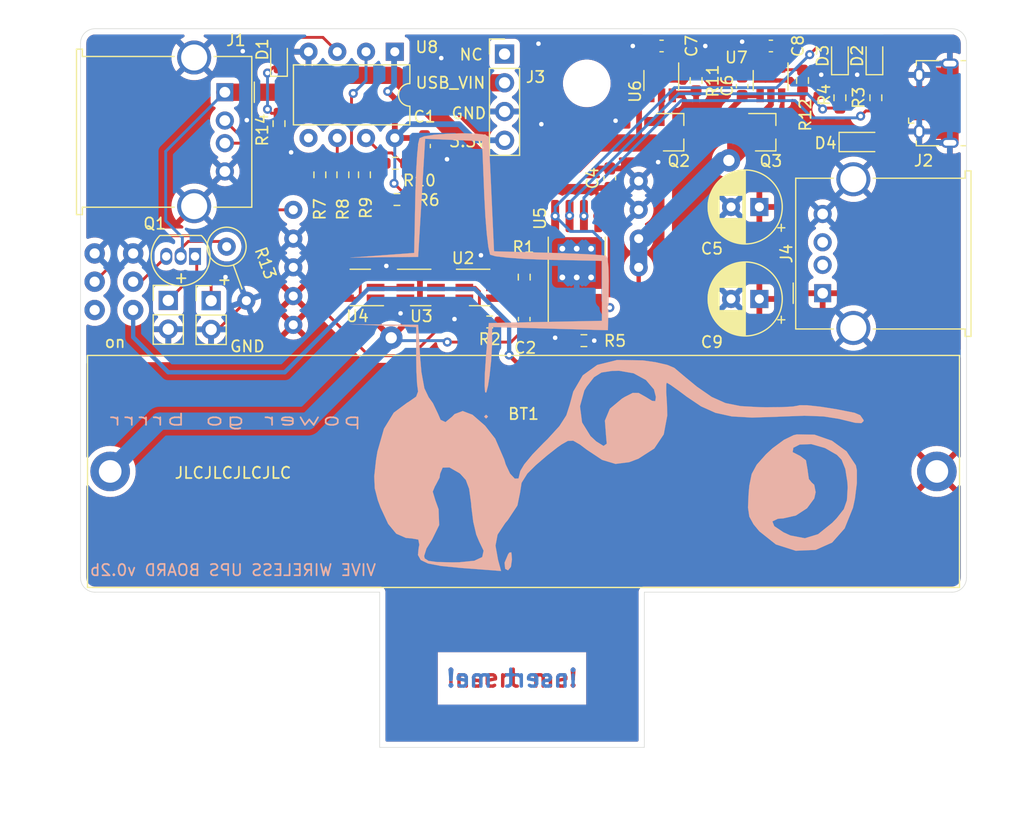
<source format=kicad_pcb>
(kicad_pcb (version 20210824) (generator pcbnew)
  (layers (0 "F.Cu" signal) (31 "B.Cu" signal) (34 "B.Paste" user) (35 "F.Paste" user) (36 "B.SilkS" user "B.Silkscreen") (37 "F.SilkS" user "F.Silkscreen") (38 "B.Mask" user) (39 "F.Mask" user) (44 "Edge.Cuts" user))
  (net 0 "")
  (net 1 "GND")
  (net 2 "Net-(BZ1-Pad1)")
  (net 3 "+12V")
  (net 4 "Net-(C2-Pad1)")
  (net 5 "/3.7V_Batt")
  (net 6 "/12V_Backup")
  (net 7 "Net-(C7-Pad1)")
  (net 8 "Net-(C8-Pad1)")
  (net 9 "/USB_Vin")
  (net 10 "/USB_IN_D-")
  (net 11 "/USB_IN_D+")
  (net 12 "/5V_Charge")
  (net 14 "Net-(R2-Pad1)")
  (net 15 "Net-(R5-Pad1)")
  (net 16 "/QC3_Dp")
  (net 17 "/QC3_Dm")
  (net 18 "/QC3_DmGnd")
  (net 20 "Net-(U2-Pad3)")
  (net 21 "Net-(U2-Pad1)")
  (net 22 "Net-(U3-Pad2)")
  (net 23 "Net-(BT1-Pad2)")
  (net 25 "Net-(D2-Pad1)")
  (net 26 "Net-(D3-Pad1)")
  (net 27 "Net-(R3-Pad2)")
  (net 28 "Net-(R4-Pad1)")
  (net 32 "/buzzer_VDD")
  (net 33 "/stepup_EN")
  (net 35 "Net-(D1-Pad2)")
  (net 36 "Net-(Q2-Pad1)")
  (net 37 "Net-(Q3-Pad1)")
  (net 38 "+3V3")
  (net 40 "Net-(D1-Pad1)")
  (footprint "Resistor_SMD:R_0603_1608Metric_Pad0.98x0.95mm_HandSolder" (layer "F.Cu") (at 131.064 100.076 90)
    (fp_text reference "R4")
    (fp_text value "1.5k")
  )
  (footprint "Resistor_SMD:R_0603_1608Metric_Pad0.98x0.95mm_HandSolder" (layer "F.Cu") (at 134.239 100.076 -90)
    (fp_text reference "R3")
    (fp_text value "1.5k")
  )
  (footprint "LED_SMD:LED_0603_1608Metric_Pad1.05x0.95mm_HandSolder" (layer "F.Cu") (at 131.064 96.379 90)
    (fp_text reference "D3")
    (fp_text value "LED")
  )
  (footprint "LED_SMD:LED_0603_1608Metric_Pad1.05x0.95mm_HandSolder" (layer "F.Cu") (at 134.112 96.379 90)
    (fp_text reference "D2")
    (fp_text value "LED")
  )
  (footprint "Capacitor_SMD:C_0603_1608Metric_Pad1.08x0.95mm_HandSolder" (layer "F.Cu") (at 110.744 107.188 90)
    (fp_text reference "C4")
    (fp_text value "10u")
  )
  (footprint "Connector_USB:USB_Micro-B_Amphenol_10118194_Horizontal" (layer "F.Cu") (at 139.4714 100.5586 90)
    (fp_text reference "J2")
    (fp_text value "USB_B_Micro")
  )
  (footprint "Connector_USB:USB_A_Molex_67643_Horizontal" (layer "F.Cu") (at 76.751 99.59 -90)
    (fp_text reference "J1")
    (fp_text value "USB_A")
  )
  (footprint "Connector_USB:USB_A_Molex_67643_Horizontal" (layer "F.Cu") (at 129.54 117.348 90)
    (fp_text reference "J4")
    (fp_text value "USB_A")
  )
  (footprint "Capacitor_THT:CP_Radial_D6.3mm_P2.50mm" (layer "F.Cu") (at 123.952 117.856 180)
    (fp_text reference "C9")
    (fp_text value "47u")
  )
  (footprint "Resistor_SMD:R_0603_1608Metric_Pad0.98x0.95mm_HandSolder" (layer "F.Cu") (at 127.762 98.552 90)
    (fp_text reference "R12")
    (fp_text value "100")
  )
  (footprint "Resistor_SMD:R_0603_1608Metric_Pad0.98x0.95mm_HandSolder" (layer "F.Cu") (at 87.1728 106.8832 -90)
    (fp_text reference "R8")
    (fp_text value "100")
  )
  (footprint "Resistor_SMD:R_0603_1608Metric_Pad0.98x0.95mm_HandSolder" (layer "F.Cu") (at 85.1408 106.8832 90)
    (fp_text reference "R7")
    (fp_text value "1.5k")
  )
  (footprint "Package_DIP:DIP-8_W7.62mm" (layer "F.Cu") (at 91.7575 96.012 -90)
    (fp_text reference "U8")
    (fp_text value "ATtiny13A-PU")
  )
  (footprint "Resistor_SMD:R_0603_1608Metric_Pad0.98x0.95mm_HandSolder" (layer "F.Cu") (at 89.0778 106.8832 -90)
    (fp_text reference "R9")
    (fp_text value "4.7k")
  )
  (footprint "vive_ups:18650_holder_THT" (layer "F.Cu") (at 103.124 133.096)
    (fp_text reference "BT1")
    (fp_text value "Battery_Cell")
  )
  (footprint "Capacitor_SMD:C_0603_1608Metric_Pad1.08x0.95mm_HandSolder" (layer "F.Cu") (at 103.1875 119.634 -90)
    (fp_text reference "C2")
    (fp_text value "100n")
  )
  (footprint "Resistor_SMD:R_0603_1608Metric_Pad0.98x0.95mm_HandSolder" (layer "F.Cu") (at 103.1875 115.9275 -90)
    (fp_text reference "R1")
    (fp_text value "100")
  )
  (footprint "Package_TO_SOT_SMD:SOT-23-6_Handsoldering" (layer "F.Cu") (at 88.7095 116.84 180)
    (fp_text reference "U4")
    (fp_text value "FS8205")
  )
  (footprint "Package_TO_SOT_SMD:SOT-23-6_Handsoldering" (layer "F.Cu") (at 94.0435 116.84)
    (fp_text reference "U3")
    (fp_text value "FS8205")
  )
  (footprint "Resistor_SMD:R_0603_1608Metric_Pad0.98x0.95mm_HandSolder" (layer "F.Cu") (at 100.1395 119.888)
    (fp_text reference "R2")
    (fp_text value "1k")
  )
  (footprint "Package_TO_SOT_SMD:SOT-23-6_Handsoldering" (layer "F.Cu") (at 99.2505 116.84)
    (fp_text reference "U2")
    (fp_text value "FS312F-G")
  )
  (footprint "Capacitor_SMD:C_0603_1608Metric_Pad1.08x0.95mm_HandSolder" (layer "F.Cu") (at 122.428 99.06 90)
    (fp_text reference "C6")
    (fp_text value "0.1u")
  )
  (footprint "Package_TO_SOT_SMD:SC-59_Handsoldering" (layer "F.Cu") (at 124.46 103.124)
    (fp_text reference "Q3")
    (fp_text value "DMN2020LSN")
  )
  (footprint "Package_TO_SOT_SMD:TSOT-23-6" (layer "F.Cu") (at 124.968 98.552 -90)
    (fp_text reference "U7")
    (fp_text value "LM5050-1")
  )
  (footprint "Capacitor_SMD:C_0603_1608Metric_Pad1.08x0.95mm_HandSolder" (layer "F.Cu") (at 124.968 95.504 180)
    (fp_text reference "C8")
    (fp_text value "0.1u")
  )
  (footprint "Capacitor_THT:CP_Radial_D6.3mm_P2.50mm" (layer "F.Cu") (at 123.952 109.728 180)
    (fp_text reference "C5")
    (fp_text value "47u")
  )
  (footprint "Resistor_SMD:R_0603_1608Metric_Pad0.98x0.95mm_HandSolder" (layer "F.Cu") (at 118.364 98.552 90)
    (fp_text reference "R11")
    (fp_text value "100")
  )
  (footprint "Capacitor_SMD:C_0603_1608Metric_Pad1.08x0.95mm_HandSolder" (layer "F.Cu") (at 115.316 95.504 180)
    (fp_text reference "C7")
    (fp_text value "0.1u")
  )
  (footprint "Package_TO_SOT_SMD:TSOT-23-6" (layer "F.Cu") (at 115.316 98.552 -90)
    (fp_text reference "U6")
    (fp_text value "LM5050-1")
  )
  (footprint "Package_SO:SOP-8-1EP_4.57x4.57mm_P1.27mm_EP4.57x4.45mm_ThermalVias" (layer "F.Cu") (at 107.823 114.681 90)
    (fp_text reference "U5")
    (fp_text value "TP4056")
  )
  (footprint "vive_ups:U3V70A" (layer "F.Cu") (at 98.044 113.792)
    (fp_text reference "U9" hide)
    (fp_text value "U3V70A")
  )
  (footprint "Resistor_SMD:R_0603_1608Metric_Pad0.98x0.95mm_HandSolder" (layer "F.Cu") (at 91.8083 105.8672)
    (fp_text reference "R10")
    (fp_text value "1.5k")
  )
  (footprint "MountingHole:MountingHole_3.2mm_M3" (layer "F.Cu") (at 108.712 98.806)
    (fp_text reference "H1" hide)
    (fp_text value "MountingHole")
  )
  (footprint "Diode_SMD:D_SOD-323_HandSoldering" (layer "F.Cu") (at 132.8928 103.9876)
    (fp_text reference "D4")
    (fp_text value "ESD5621W15-2/TR ")
  )
  (footprint "vive_ups:K3-2245D-F1" (layer "F.Cu") (at 66.9544 116.332 180)
    (fp_text reference "SW1" hide)
    (fp_text value "SW_DPDT_x2")
  )
  (footprint "Package_TO_SOT_THT:TO-92_Inline" (layer "F.Cu") (at 74.1172 114.0968 180)
    (fp_text reference "Q1")
    (fp_text value "BS250")
  )
  (footprint "Connector_PinHeader_2.54mm:PinHeader_1x02_P2.54mm_Vertical" (layer "F.Cu") (at 75.5396 118.0084)
    (fp_text reference "C3" hide)
    (fp_text value "Buzzer")
  )
  (footprint "Resistor_SMD:R_0603_1608Metric_Pad0.98x0.95mm_HandSolder" (layer "F.Cu") (at 91.948 109.0676 180)
    (fp_text reference "R6")
    (fp_text value "4.7k")
  )
  (footprint "Capacitor_SMD:C_0603_1608Metric_Pad1.08x0.95mm_HandSolder" (layer "F.Cu") (at 94.3864 104.3432 90)
    (fp_text reference "C1")
    (fp_text value "0.1u")
  )
  (footprint "Resistor_SMD:R_0603_1608Metric_Pad0.98x0.95mm_HandSolder" (layer "F.Cu") (at 81.534 102.362 -90)
    (fp_text reference "R14")
    (fp_text value "1.5k")
  )
  (footprint "Connector_PinHeader_2.54mm:PinHeader_1x04_P2.54mm_Vertical" (layer "F.Cu") (at 101.4476 96.2152)
    (fp_text reference "J3")
    (fp_text value "Conn_01x04")
  )
  (footprint "LED_SMD:LED_0603_1608Metric_Pad1.05x0.95mm_HandSolder" (layer "F.Cu") (at 81.534 96.52 90)
    (fp_text reference "D1")
    (fp_text value "LED")
  )
  (footprint "Resistor_SMD:R_0603_1608Metric_Pad0.98x0.95mm_HandSolder" (layer "F.Cu") (at 108.458 121.539)
    (fp_text reference "R5")
    (fp_text value "1.5k")
  )
  (footprint "Package_TO_SOT_SMD:SC-59_Handsoldering" (layer "F.Cu") (at 116.332 103.124)
    (fp_text reference "Q2")
    (fp_text value "DMN2020LSN")
  )
  (footprint "Resistor_THT:R_Axial_DIN0309_L9.0mm_D3.2mm_P5.08mm_Vertical" (layer "F.Cu") (at 76.9112 113.2332 -70)
    (fp_text reference "R13")
    (fp_text value "10k")
  )
  (footprint "Connector_PinHeader_2.54mm:PinHeader_1x02_P2.54mm_Vertical" (layer "F.Cu") (at 71.755 117.983)
    (fp_text reference "BZ1" hide)
    (fp_text value "Buzzer")
  )
  (footprint "silk_image:froge_cross" (layer "B.Cu") (at 110.578195 119.255442 180)
    (fp_text reference "G***" hide)
    (fp_text value "LOGO" hide)
  )
  (gr_line (start 140.97 93.98) (end 65.278 93.98) (layer "Edge.Cuts") (width 0.05))
  (gr_line (start 113.792 157.48) (end 113.792 143.764) (layer "Edge.Cuts") (width 0.05))
  (gr_line (start 64.008 95.25) (end 64.008 142.494) (layer "Edge.Cuts") (width 0.05))
  (gr_line (start 65.278 143.764) (end 90.424 143.764) (layer "Edge.Cuts") (width 0.05))
  (gr_arc (start 65.278 95.25) (end 65.278 93.98) (angle -90) (layer "Edge.Cuts") (width 0.05))
  (gr_arc (start 65.278 142.494) (end 64.008 142.494) (angle -90) (layer "Edge.Cuts") (width 0.05))
  (gr_line (start 90.424 143.764) (end 90.424 157.48) (layer "Edge.Cuts") (width 0.05))
  (gr_line (start 90.424 157.48) (end 113.792 157.48) (layer "Edge.Cuts") (width 0.05))
  (gr_arc (start 140.97 142.494) (end 140.97 143.764) (angle -90) (layer "Edge.Cuts") (width 0.05))
  (gr_line (start 140.97 143.764) (end 113.792 143.764) (layer "Edge.Cuts") (width 0.05))
  (gr_arc (start 140.97 95.25) (end 142.24 95.25) (angle -90) (layer "Edge.Cuts") (width 0.05))
  (gr_line (start 142.24 142.494) (end 142.24 95.25) (layer "Edge.Cuts") (width 0.05))
  (gr_text "insert me!" (at 102.108 151.384) (layer "F.Cu") (effects (font (size 1.5 1.5) (thickness 0.3))))
  (gr_text "insert me!" (at 102.108 151.384) (layer "B.Cu") (effects (font (size 1.5 1.5) (thickness 0.3)) (justify mirror)))
  (gr_text "power go brrrr" (at 77.724 128.524) (layer "B.SilkS") (effects (font (size 1 2.032)) (justify mirror)))
  (gr_text "VIVE WIRELESS UPS BOARD v0.2b\n\n" (at 77.47 142.621) (layer "B.SilkS") (effects (font (size 1 1)) (justify mirror)))
  (gr_text "USB_VIN\n" (at 96.6724 98.7552) (layer "F.SilkS") (effects (font (size 1 1))))
  (gr_text "GND\n" (at 78.74 122.047) (layer "F.SilkS") (effects (font (size 1 1))))
  (gr_text "+" (at 76.708 116.1288) (layer "F.SilkS") (effects (font (size 1 1))))
  (gr_text "on\n" (at 67.056 121.666) (layer "F.SilkS") (effects (font (size 1 1))))
  (gr_text "NC\n" (at 98.5012 96.266) (layer "F.SilkS") (effects (font (size 1 1))))
  (gr_text "JLCJLCJLCJLC" (at 77.47 133.223) (layer "F.SilkS") (effects (font (size 1 1))))
  (gr_text "+" (at 72.898 115.951) (layer "F.SilkS") (effects (font (size 1 1))))
  (gr_text "GND" (at 98.298 101.4476) (layer "F.SilkS") (effects (font (size 1 1))))
  (gr_text "3.3V\n" (at 98.1964 103.9368) (layer "F.SilkS") (effects (font (size 1 1))))
  (segment (start 114.4535 95.504) (end 112.776 95.504) (width 0.254) (layer "F.Cu") (net 1))
  (segment (start 115.316 97.242) (end 114.366 97.242) (width 0.508) (layer "F.Cu") (net 1))
  (segment (start 114.4535 95.504) (end 114.4535 97.1545) (width 0.508) (layer "F.Cu") (net 1))
  (segment (start 114.4535 97.1545) (end 114.366 97.242) (width 0.508) (layer "F.Cu") (net 1))
  (segment (start 90.0595 115.89) (end 91.01135 114.93815) (width 0.508) (layer "F.Cu") (net 1))
  (segment (start 97.028 119.634) (end 98.425 121.031) (width 0.254) (layer "F.Cu") (net 1))
  (segment (start 124.1055 97.1545) (end 124.018 97.242) (width 0.508) (layer "F.Cu") (net 1))
  (segment (start 108.458 120.6265) (end 109.3705 121.539) (width 0.25) (layer "F.Cu") (net 1))
  (segment (start 112.1775 106.3255) (end 113.294 107.442) (width 0.254) (layer "F.Cu") (net 1))
  (segment (start 124.1055 96.3795) (end 124.1055 97.1545) (width 0.508) (layer "F.Cu") (net 1))
  (segment (start 98.425 121.031) (end 99.909 121.031) (width 0.254) (layer "F.Cu") (net 1))
  (segment (start 100.6005 115.230902) (end 99.3648 113.995202) (width 0.508) (layer "F.Cu") (net 1))
  (segment (start 124.1055 95.504) (end 124.1055 96.3795) (width 0.508) (layer "F.Cu") (net 1))
  (segment (start 124.018 97.242) (end 124.968 97.242) (width 0.508) (layer "F.Cu") (net 1))
  (segment (start 92.6935 117.79) (end 92.6935 118.698) (width 0.508) (layer "F.Cu") (net 1))
  (segment (start 110.744 106.3255) (end 112.1775 106.3255) (width 0.254) (layer "F.Cu") (net 1))
  (segment (start 100.6005 115.89) (end 100.6005 115.230902) (width 0.508) (layer "F.Cu") (net 1))
  (segment (start 75.5396 120.5484) (end 76.1492 120.5484) (width 0.254) (layer "F.Cu") (net 1))
  (segment (start 105.918 118.831) (end 105.918 121.285004) (width 0.254) (layer "F.Cu") (net 1))
  (segment (start 108.458 118.831) (end 108.458 120.6265) (width 0.25) (layer "F.Cu") (net 1))
  (segment (start 138.0714 98.0586) (end 138.0714 99.2586) (width 0.254) (layer "F.Cu") (net 1))
  (segment (start 124.1055 95.504) (end 122.809 95.504) (width 0.254) (layer "F.Cu") (net 1))
  (segment (start 92.6935 118.698) (end 92.2655 119.126) (width 0.508) (layer "F.Cu") (net 1))
  (segment (start 122.809 95.504) (end 122.428 95.123) (width 0.254) (layer "F.Cu") (net 1))
  (segment (start 76.1492 120.5484) (end 78.496262 118.201338) (width 0.254) (layer "F.Cu") (net 1))
  (segment (start 99.909 121.031) (end 101.052 119.888) (width 0.254) (layer "F.Cu") (net 1))
  (via (at 92.2655 119.126) (size 0.8) (drill 0.4) (layers "F.Cu" "B.Cu") (net 1))
  (via (at 112.776 95.504) (size 0.8) (drill 0.4) (layers "F.Cu" "B.Cu") (net 1))
  (via (at 111.252 102.108) (size 0.8) (drill 0.4) (layers "F.Cu" "B.Cu") (net 1))
  (via (at 91.01135 114.93815) (size 0.8) (drill 0.4) (layers "F.Cu" "B.Cu") (net 1))
  (via (at 115.0112 105.7656) (size 0.8) (drill 0.4) (layers "F.Cu" "B.Cu") (net 1))
  (via (at 132.588 98.044) (size 0.8) (drill 0.4) (layers "F.Cu" "B.Cu") (net 1))
  (via (at 119.1768 95.504) (size 0.8) (drill 0.4) (layers "F.Cu" "B.Cu") (net 1))
  (via (at 105.918 121.285004) (size 0.8) (drill 0.4) (layers "F.Cu" "B.Cu") (net 1))
  (via (at 104.6988 102.4128) (size 0.8) (drill 0.4) (layers "F.Cu" "B.Cu") (net 1))
  (via (at 122.428 95.123) (size 0.8) (drill 0.4) (layers "F.Cu" "B.Cu") (net 1))
  (via (at 109.3705 121.539) (size 0.8) (drill 0.4) (layers "F.Cu" "B.Cu") (net 1))
  (via (at 97.028 119.634) (size 0.8) (drill 0.4) (layers "F.Cu" "B.Cu") (net 1))
  (via (at 78.3336 95.9612) (size 0.8) (drill 0.4) (layers "F.Cu" "B.Cu") (net 1))
  (via (at 129.413 98.044) (size 0.8) (drill 0.4) (layers "F.Cu" "B.Cu") (net 1))
  (via (at 76.8096 115.9256) (size 0.8) (drill 0.4) (layers "F.Cu" "B.Cu") (net 1))
  (via (at 82.6008 104.902) (size 0.8) (drill 0.4) (layers "F.Cu" "B.Cu") (net 1))
  (via (at 104.4448 95.3008) (size 0.8) (drill 0.4) (layers "F.Cu" "B.Cu") (net 1))
  (via (at 78.6892 102.0572) (size 0.8) (drill 0.4) (layers "F.Cu" "B.Cu") (net 1))
  (via (at 99.3648 113.995202) (size 0.8) (drill 0.4) (layers "F.Cu" "B.Cu") (net 1))
  (via (at 95.8596 96.5708) (size 0.8) (drill 0.4) (layers "F.Cu" "B.Cu") (net 1))
  (via (at 96.3676 105.5116) (size 0.8) (drill 0.4) (layers "F.Cu" "B.Cu") (net 1))
  (segment (start 74.2696 114.0968) (end 74.2696 115.4684) (width 0.254) (layer "F.Cu") (net 2))
  (segment (start 75.5396 116.7384) (end 75.5396 118.0084) (width 0.25) (layer "F.Cu") (net 2))
  (segment (start 74.2696 115.4684) (end 71.755 117.983) (width 0.25) (layer "F.Cu") (net 2))
  (segment (start 74.2696 115.4684) (end 75.5396 116.7384) (width 0.25) (layer "F.Cu") (net 2))
  (segment (start 116.56 99.568) (end 116.266 99.862) (width 0.254) (layer "F.Cu") (net 3))
  (segment (start 118.2605 99.568) (end 116.56 99.568) (width 0.254) (layer "F.Cu") (net 3))
  (segment (start 118.364 99.4645) (end 118.2605 99.568) (width 0.254) (layer "F.Cu") (net 3))
  (segment (start 127.762 99.4645) (end 127.4045 99.822) (width 0.254) (layer "F.Cu") (net 3))
  (segment (start 127.4045 99.822) (end 125.958 99.822) (width 0.254) (layer "F.Cu") (net 3))
  (segment (start 125.958 99.822) (end 125.918 99.862) (width 0.254) (layer "F.Cu") (net 3))
  (segment (start 103.1875 116.84) (end 103.1875 118.7715) (width 0.254) (layer "F.Cu") (net 4))
  (segment (start 103.1875 116.84) (end 100.7275 116.84) (width 0.254) (layer "F.Cu") (net 4))
  (segment (start 110.744 110.531) (end 110.617 110.658) (width 0.254) (layer "F.Cu") (net 5))
  (segment (start 109.728 110.531) (end 110.744 109.515) (width 0.889) (layer "F.Cu") (net 5))
  (segment (start 110.744 109.347) (end 110.744 110.531) (width 0.254) (layer "F.Cu") (net 5))
  (segment (start 110.744 107.7965) (end 110.744 109.347) (width 0.254) (layer "F.Cu") (net 5))
  (segment (start 102.489 123.444) (end 110.109 123.444) (width 0.381) (layer "F.Cu") (net 6))
  (segment (start 122.81 104.074) (end 121.270806 105.613194) (width 1.524) (layer "F.Cu") (net 6))
  (segment (start 122.428 99.9225) (end 122.5815 100.076) (width 0.254) (layer "F.Cu") (net 6))
  (segment (start 101.854 122.809) (end 102.489 123.444) (width 0.381) (layer "F.Cu") (net 6))
  (segment (start 113.294 120.259) (end 113.294 115.062) (width 0.381) (layer "F.Cu") (net 6))
  (segment (start 121.3612 105.511594) (end 121.2596 105.613194) (width 0.508) (layer "F.Cu") (net 6))
  (segment (start 121.270806 105.613194) (end 121.2596 105.613194) (width 1.524) (layer "F.Cu") (net 6))
  (segment (start 124.018 99.862) (end 122.642 99.862) (width 0.508) (layer "F.Cu") (net 6))
  (segment (start 121.3612 101.1428) (end 121.3612 105.511594) (width 0.508) (layer "F.Cu") (net 6))
  (segment (start 110.109 123.444) (end 113.294 120.259) (width 0.381) (layer "F.Cu") (net 6))
  (segment (start 122.642 99.862) (end 121.3612 101.1428) (width 0.508) (layer "F.Cu") (net 6))
  (via (at 101.854 122.809) (size 0.8) (drill 0.4) (layers "F.Cu" "B.Cu") (net 6))
  (via (at 121.2596 105.613194) (size 2) (drill 1) (layers "F.Cu" "B.Cu") (net 6))
  (segment (start 101.854 120.015) (end 98.806 116.967) (width 0.381) (layer "B.Cu") (net 6))
  (segment (start 101.854 122.809) (end 101.854 120.015) (width 0.381) (layer "B.Cu") (net 6))
  (segment (start 98.806 116.967) (end 89.408 116.967) (width 0.381) (layer "B.Cu") (net 6))
  (segment (start 113.792 112.522) (end 120.700806 105.613194) (width 1.524) (layer "B.Cu") (net 6))
  (segment (start 120.700806 105.613194) (end 121.2596 105.613194) (width 1.524) (layer "B.Cu") (net 6))
  (segment (start 68.6544 121.2324) (end 68.6544 118.832) (width 0.381) (layer "B.Cu") (net 6))
  (segment (start 113.294 112.522) (end 113.792 112.522) (width 1.524) (layer "B.Cu") (net 6))
  (segment (start 71.755 124.333) (end 68.6544 121.2324) (width 0.381) (layer "B.Cu") (net 6))
  (segment (start 82.042 124.333) (end 71.755 124.333) (width 0.381) (layer "B.Cu") (net 6))
  (segment (start 89.408 116.967) (end 82.042 124.333) (width 0.381) (layer "B.Cu") (net 6))
  (segment (start 113.294 112.522) (end 113.294 115.062) (width 1.524) (layer "B.Cu") (net 6))
  (segment (start 116.1785 97.1545) (end 116.266 97.242) (width 0.254) (layer "F.Cu") (net 7))
  (segment (start 116.1785 95.504) (end 116.1785 97.1545) (width 0.254) (layer "F.Cu") (net 7))
  (segment (start 116.56 97.536) (end 116.266 97.242) (width 0.254) (layer "F.Cu") (net 7))
  (segment (start 118.2605 97.536) (end 116.56 97.536) (width 0.254) (layer "F.Cu") (net 7))
  (segment (start 118.364 97.6395) (end 118.2605 97.536) (width 0.254) (layer "F.Cu") (net 7))
  (segment (start 125.9815 95.655) (end 125.8305 95.504) (width 0.254) (layer "F.Cu") (net 8))
  (segment (start 125.9815 97.75) (end 125.9815 95.655) (width 0.254) (layer "F.Cu") (net 8))
  (segment (start 125.918 97.242) (end 126.2755 97.5995) (width 0.254) (layer "F.Cu") (net 8))
  (segment (start 126.2755 97.5995) (end 127.722 97.5995) (width 0.254) (layer "F.Cu") (net 8))
  (segment (start 127.722 97.5995) (end 127.762 97.6395) (width 0.254) (layer "F.Cu") (net 8))
  (segment (start 72.8472 113.442778) (end 73.513978 112.776) (width 0.25) (layer "F.Cu") (net 9))
  (segment (start 113.327999 103.588001) (end 112.842 104.074) (width 0.508) (layer "F.Cu") (net 9))
  (segment (start 114.366 99.862) (end 114.366 100.01) (width 0.508) (layer "F.Cu") (net 9))
  (segment (start 109.6416 104.074) (end 112.842 104.074) (width 1.524) (layer "F.Cu") (net 9))
  (segment (start 113.327999 101.048001) (end 113.327999 103.588001) (width 0.508) (layer "F.Cu") (net 9))
  (segment (start 72.8472 114.0968) (end 72.8472 113.442778) (width 0.25) (layer "F.Cu") (net 9))
  (segment (start 107.6706 106.045) (end 109.6416 104.074) (width 1.524) (layer "F.Cu") (net 9))
  (segment (start 84.5092 99.59) (end 84.7344 99.3648) (width 1.524) (layer "F.Cu") (net 9))
  (segment (start 91.8972 98.0948) (end 99.8474 106.045) (width 1.524) (layer "F.Cu") (net 9))
  (segment (start 101.4476 98.7552) (end 92.5576 98.7552) (width 1.524) (layer "F.Cu") (net 9))
  (segment (start 73.513978 112.776) (end 76.454 112.776) (width 0.25) (layer "F.Cu") (net 9))
  (segment (start 112.842 104.074) (end 114.682 104.074) (width 1.524) (layer "F.Cu") (net 9))
  (segment (start 76.454 112.776) (end 76.9112 113.2332) (width 0.25) (layer "F.Cu") (net 9))
  (segment (start 84.6836 99.3648) (end 85.9536 98.0948) (width 1.524) (layer "F.Cu") (net 9))
  (segment (start 85.9536 98.0948) (end 91.8972 98.0948) (width 1.524) (layer "F.Cu") (net 9))
  (segment (start 84.7344 99.3648) (end 84.6836 99.3648) (width 1.524) (layer "F.Cu") (net 9))
  (segment (start 76.751 99.59) (end 84.5092 99.59) (width 1.524) (layer "F.Cu") (net 9))
  (segment (start 99.8474 106.045) (end 107.6706 106.045) (width 1.524) (layer "F.Cu") (net 9))
  (segment (start 114.366 100.01) (end 113.327999 101.048001) (width 0.508) (layer "F.Cu") (net 9))
  (segment (start 72.9996 114.1984) (end 72.9996 112.4204) (width 0.254) (layer "B.Cu") (net 9))
  (segment (start 71.5264 110.9472) (end 71.5264 104.8146) (width 0.254) (layer "B.Cu") (net 9))
  (segment (start 71.5264 104.8146) (end 76.751 99.59) (width 0.254) (layer "B.Cu") (net 9))
  (segment (start 72.9996 112.4204) (end 71.5264 110.9472) (width 0.254) (layer "B.Cu") (net 9))
  (segment (start 90.0703 107.7957) (end 90.8958 106.9702) (width 0.254) (layer "F.Cu") (net 10))
  (segment (start 76.751 102.09) (end 77.785 103.124) (width 0.254) (layer "F.Cu") (net 10))
  (segment (start 89.0778 107.7957) (end 90.0703 107.7957) (width 0.254) (layer "F.Cu") (net 10))
  (segment (start 90.8958 106.9702) (end 90.8958 105.8672) (width 0.254) (layer "F.Cu") (net 10))
  (segment (start 88.1653 106.8832) (end 89.0778 107.7957) (width 0.254) (layer "F.Cu") (net 10))
  (segment (start 78.7908 103.124) (end 82.55 106.8832) (width 0.254) (layer "F.Cu") (net 10))
  (segment (start 77.785 103.124) (end 78.7908 103.124) (width 0.254) (layer "F.Cu") (net 10))
  (segment (start 82.55 106.8832) (end 88.1653 106.8832) (width 0.254) (layer "F.Cu") (net 10))
  (segment (start 82.4973 107.7957) (end 84.836 107.7957) (width 0.254) (layer "F.Cu") (net 11))
  (segment (start 76.751 104.09) (end 78.7916 104.09) (width 0.254) (layer "F.Cu") (net 11))
  (segment (start 78.7916 104.09) (end 82.4973 107.7957) (width 0.254) (layer "F.Cu") (net 11))
  (segment (start 88.4447 109.0676) (end 91.0355 109.0676) (width 0.254) (layer "F.Cu") (net 11))
  (segment (start 87.1728 107.7957) (end 88.4447 109.0676) (width 0.254) (layer "F.Cu") (net 11))
  (segment (start 87.1728 107.7957) (end 85.1408 107.7957) (width 0.254) (layer "F.Cu") (net 11))
  (segment (start 134.112 95.645) (end 134.507 95.645) (width 0.254) (layer "F.Cu") (net 12))
  (segment (start 135.763 96.901) (end 135.763 100.711) (width 0.254) (layer "F.Cu") (net 12))
  (segment (start 134.507 95.645) (end 135.763 96.901) (width 0.254) (layer "F.Cu") (net 12))
  (segment (start 135.763 100.711) (end 136.9106 101.8586) (width 0.254) (layer "F.Cu") (net 12))
  (segment (start 129.159 95.504) (end 130.923 95.504) (width 0.254) (layer "F.Cu") (net 12))
  (segment (start 109.728 118.831) (end 110.531 118.831) (width 0.254) (layer "F.Cu") (net 12))
  (segment (start 136.9106 101.8586) (end 138.0714 101.8586) (width 0.254) (layer "F.Cu") (net 12))
  (segment (start 130.923 95.504) (end 131.064 95.645) (width 0.254) (layer "F.Cu") (net 12))
  (segment (start 128.397 96.266) (end 129.159 95.504) (width 0.254) (layer "F.Cu") (net 12))
  (segment (start 110.531 118.831) (end 110.744 118.618) (width 0.254) (layer "F.Cu") (net 12))
  (segment (start 131.064 95.504) (end 134.112 95.504) (width 0.254) (layer "F.Cu") (net 12))
  (via (at 128.397 96.266) (size 0.8) (drill 0.4) (layers "F.Cu" "B.Cu") (net 12))
  (via (at 105.918 110.531) (size 0.8) (drill 0.4) (layers "F.Cu" "B.Cu") (net 12))
  (via (at 110.744 118.618) (size 0.8) (drill 0.4) (layers "F.Cu" "B.Cu") (net 12))
  (segment (start 110.1344 112.776) (end 110.1344 118.0084) (width 0.254) (layer "B.Cu") (net 12))
  (segment (start 107.274 111.887) (end 109.2454 111.887) (width 0.254) (layer "B.Cu") (net 12))
  (segment (start 128.397 96.266) (end 125.476 99.187) (width 0.254) (layer "B.Cu") (net 12))
  (segment (start 110.1344 118.0084) (end 110.744 118.618) (width 0.254) (layer "B.Cu") (net 12))
  (segment (start 105.918 110.531) (end 107.274 111.887) (width 0.254) (layer "B.Cu") (net 12))
  (segment (start 125.476 99.187) (end 116.459 99.187) (width 0.254) (layer "B.Cu") (net 12))
  (segment (start 109.2454 111.887) (end 110.1344 112.776) (width 0.254) (layer "B.Cu") (net 12))
  (segment (start 105.918 109.728) (end 105.918 110.531) (width 0.254) (layer "B.Cu") (net 12))
  (segment (start 116.459 99.187) (end 105.918 109.728) (width 0.254) (layer "B.Cu") (net 12))
  (segment (start 99.227 117.1975) (end 98.8695 116.84) (width 0.254) (layer "F.Cu") (net 14))
  (segment (start 98.8695 116.84) (end 98.0275 116.84) (width 0.254) (layer "F.Cu") (net 14))
  (segment (start 99.227 119.888) (end 99.227 117.1975) (width 0.254) (layer "F.Cu") (net 14))
  (segment (start 107.188 118.831) (end 107.188 121.1815) (width 0.254) (layer "F.Cu") (net 15))
  (segment (start 107.188 121.1815) (end 107.5455 121.539) (width 0.254) (layer "F.Cu") (net 15))
  (segment (start 86.6775 105.4754) (end 87.1728 105.9707) (width 0.254) (layer "F.Cu") (net 16))
  (segment (start 86.6775 103.632) (end 86.6775 105.4754) (width 0.254) (layer "F.Cu") (net 16))
  (segment (start 87.9348 99.8474) (end 88.0872 99.695) (width 0.254) (layer "F.Cu") (net 17))
  (segment (start 89.0778 105.9707) (end 88.9019 105.9707) (width 0.254) (layer "F.Cu") (net 17))
  (segment (start 88.9019 105.9707) (end 87.9348 105.0036) (width 0.254) (layer "F.Cu") (net 17))
  (segment (start 87.9348 105.0036) (end 87.9348 99.8474) (width 0.254) (layer "F.Cu") (net 17))
  (via (at 88.0872 99.695) (size 0.8) (drill 0.4) (layers "F.Cu" "B.Cu") (net 17))
  (segment (start 89.2175 98.5647) (end 88.0872 99.695) (width 0.254) (layer "B.Cu") (net 17))
  (segment (start 89.2175 96.012) (end 89.2175 98.5647) (width 0.254) (layer "B.Cu") (net 17))
  (segment (start 92.7208 105.8672) (end 92.3544 105.8672) (width 0.254) (layer "F.Cu") (net 18))
  (segment (start 90.5383 104.9528) (end 89.2175 103.632) (width 0.254) (layer "F.Cu") (net 18))
  (segment (start 91.5016 104.9528) (end 90.5383 104.9528) (width 0.254) (layer "F.Cu") (net 18))
  (segment (start 92.416 105.8672) (end 91.5016 104.9528) (width 0.254) (layer "F.Cu") (net 18))
  (segment (start 98.0275 117.79) (end 95.3935 117.79) (width 0.254) (layer "F.Cu") (net 20))
  (segment (start 89.465002 122.866002) (end 93.220962 122.866002) (width 0.254) (layer "F.Cu") (net 20))
  (segment (start 95.3935 120.693464) (end 95.3935 117.79) (width 0.254) (layer "F.Cu") (net 20))
  (segment (start 93.220962 122.866002) (end 95.3935 120.693464) (width 0.254) (layer "F.Cu") (net 20))
  (segment (start 87.3595 115.89) (end 86.675 115.89) (width 0.254) (layer "F.Cu") (net 20))
  (segment (start 86.675 115.89) (end 85.852 116.713) (width 0.254) (layer "F.Cu") (net 20))
  (segment (start 85.852 116.713) (end 85.852 119.253) (width 0.254) (layer "F.Cu") (net 20))
  (segment (start 85.852 119.253) (end 89.465002 122.866002) (width 0.254) (layer "F.Cu") (net 20))
  (segment (start 98.0275 115.89) (end 95.3935 115.89) (width 0.254) (layer "F.Cu") (net 21))
  (segment (start 88.7095 115.546398) (end 90.209898 114.046) (width 0.254) (layer "F.Cu") (net 21))
  (segment (start 95.3935 114.634) (end 95.3935 115.89) (width 0.254) (layer "F.Cu") (net 21))
  (segment (start 88.3935 117.79) (end 88.7095 117.474) (width 0.254) (layer "F.Cu") (net 21))
  (segment (start 87.3595 117.79) (end 88.3935 117.79) (width 0.254) (layer "F.Cu") (net 21))
  (segment (start 94.8055 114.046) (end 95.3935 114.634) (width 0.254) (layer "F.Cu") (net 21))
  (segment (start 88.7095 117.474) (end 88.7095 115.546398) (width 0.254) (layer "F.Cu") (net 21))
  (segment (start 90.209898 114.046) (end 94.8055 114.046) (width 0.254) (layer "F.Cu") (net 21))
  (segment (start 92.6935 116.84) (end 90.0595 116.84) (width 0.254) (layer "F.Cu") (net 22))
  (segment (start 103.1875 120.4965) (end 102.018 121.666) (width 0.254) (layer "F.Cu") (net 23))
  (segment (start 90.0595 117.79) (end 90.0595 119.9045) (width 0.508) (layer "F.Cu") (net 23))
  (segment (start 92.6935 115.89) (end 93.665702 115.89) (width 0.508) (layer "F.Cu") (net 23))
  (segment (start 90.0595 119.9045) (end 91.44 121.285) (width 0.508) (layer "F.Cu") (net 23))
  (segment (start 93.98 116.204298) (end 93.98 118.745) (width 0.508) (layer "F.Cu") (net 23))
  (segment (start 102.018 121.666) (end 96.393 121.666) (width 0.254) (layer "F.Cu") (net 23))
  (segment (start 93.98 118.745) (end 91.44 121.285) (width 0.508) (layer "F.Cu") (net 23))
  (segment (start 93.665702 115.89) (end 93.98 116.204298) (width 0.508) (layer "F.Cu") (net 23))
  (via (at 96.393 121.666) (size 0.8) (drill 0.4) (layers "F.Cu" "B.Cu") (net 23))
  (via (at 91.44 121.285) (size 2) (drill 1) (layers "F.Cu" "B.Cu") (net 23))
  (segment (start 66.624 133.096) (end 66.624 133.02) (width 1.524) (layer "B.Cu") (net 23))
  (segment (start 91.44 121.285) (end 91.694 121.539) (width 0.254) (layer "B.Cu") (net 23))
  (segment (start 91.694 121.539) (end 96.266 121.539) (width 0.254) (layer "B.Cu") (net 23))
  (segment (start 84.074 128.651) (end 91.44 121.285) (width 1.524) (layer "B.Cu") (net 23))
  (segment (start 96.266 121.539) (end 96.393 121.666) (width 0.254) (layer "B.Cu") (net 23))
  (segment (start 66.624 133.02) (end 70.993 128.651) (width 1.524) (layer "B.Cu") (net 23))
  (segment (start 70.993 128.651) (end 84.074 128.651) (width 1.524) (layer "B.Cu") (net 23))
  (segment (start 134.239 99.4175) (end 134.239 97.649) (width 0.254) (layer "F.Cu") (net 25))
  (segment (start 131.064 97.254) (end 131.064 99.1635) (width 0.254) (layer "F.Cu") (net 26))
  (segment (start 133.3519 101.2425) (end 132.8928 101.7016) (width 0.254) (layer "F.Cu") (net 27))
  (segment (start 134.239 101.2425) (end 133.3519 101.2425) (width 0.254) (layer "F.Cu") (net 27))
  (via (at 132.8928 101.7016) (size 0.8) (drill 0.4) (layers "F.Cu" "B.Cu") (net 27))
  (via (at 108.458 110.531) (size 0.8) (drill 0.4) (layers "F.Cu" "B.Cu") (net 27))
  (segment (start 127.1016 100.33) (end 128.6256 101.854) (width 0.254) (layer "B.Cu") (net 27))
  (segment (start 128.6256 101.854) (end 132.7404 101.854) (width 0.254) (layer "B.Cu") (net 27))
  (segment (start 132.7404 101.854) (end 132.8928 101.7016) (width 0.254) (layer "B.Cu") (net 27))
  (segment (start 108.458 108.9152) (end 117.0432 100.33) (width 0.254) (layer "B.Cu") (net 27))
  (segment (start 108.458 110.531) (end 108.458 108.9152) (width 0.254) (layer "B.Cu") (net 27))
  (segment (start 117.0432 100.33) (end 127.1016 100.33) (width 0.254) (layer "B.Cu") (net 27))
  (segment (start 131.064 100.9885) (end 129.627691 100.9885) (width 0.254) (layer "F.Cu") (net 28))
  (segment (start 129.627691 100.9885) (end 129.540001 101.07619) (width 0.254) (layer "F.Cu") (net 28))
  (segment (start 107.188 110.531) (end 107.188 110.49) (width 0.254) (layer "F.Cu") (net 28))
  (via (at 107.188 110.49) (size 0.8) (drill 0.4) (layers "F.Cu" "B.Cu") (net 28))
  (via (at 129.540001 101.07619) (size 0.8) (drill 0.4) (layers "F.Cu" "B.Cu") (net 28))
  (segment (start 107.188 109.347) (end 116.8146 99.7204) (width 0.254) (layer "B.Cu") (net 28))
  (segment (start 107.188 110.49) (end 107.188 109.347) (width 0.254) (layer "B.Cu") (net 28))
  (segment (start 116.8146 99.7204) (end 128.184211 99.7204) (width 0.254) (layer "B.Cu") (net 28))
  (segment (start 128.184211 99.7204) (end 129.540001 101.07619) (width 0.254) (layer "B.Cu") (net 28))
  (segment (start 69.342 116.332) (end 71.5772 114.0968) (width 0.25) (layer "F.Cu") (net 32))
  (segment (start 68.6544 116.332) (end 69.342 116.332) (width 0.25) (layer "F.Cu") (net 32))
  (segment (start 67.945 112.268) (end 67.056 113.157) (width 0.254) (layer "F.Cu") (net 33))
  (segment (start 67.056 114.5304) (end 65.2544 116.332) (width 0.254) (layer "F.Cu") (net 33))
  (segment (start 75.6666 112.268) (end 67.945 112.268) (width 0.254) (layer "F.Cu") (net 33))
  (segment (start 67.056 113.157) (end 67.056 114.5304) (width 0.254) (layer "F.Cu") (net 33))
  (segment (start 77.9526 109.982) (end 75.6666 112.268) (width 0.254) (layer "F.Cu") (net 33))
  (segment (start 82.794 109.982) (end 77.9526 109.982) (width 0.254) (layer "F.Cu") (net 33))
  (segment (start 82.437 94.742) (end 85.4075 94.742) (width 0.254) (layer "F.Cu") (net 35))
  (segment (start 81.534 95.645) (end 82.437 94.742) (width 0.254) (layer "F.Cu") (net 35))
  (segment (start 85.4075 94.742) (end 86.6775 96.012) (width 0.254) (layer "F.Cu") (net 35))
  (segment (start 115.316 99.862) (end 115.316 101.54) (width 0.508) (layer "F.Cu") (net 36))
  (segment (start 115.316 101.54) (end 114.682 102.174) (width 0.508) (layer "F.Cu") (net 36))
  (segment (start 124.968 100.6856) (end 124.968 99.862) (width 0.508) (layer "F.Cu") (net 37))
  (segment (start 123.4796 102.174) (end 124.968 100.6856) (width 0.508) (layer "F.Cu") (net 37))
  (segment (start 122.81 102.174) (end 123.4796 102.174) (width 0.508) (layer "F.Cu") (net 37))
  (segment (start 91.7575 103.632) (end 91.7575 100.1395) (width 0.508) (layer "F.Cu") (net 38))
  (segment (start 92.8605 108.8117) (end 91.694 107.6452) (width 0.254) (layer "F.Cu") (net 38))
  (segment (start 92.8605 109.0676) (end 92.8605 108.8117) (width 0.254) (layer "F.Cu") (net 38))
  (segment (start 91.7575 100.1395) (end 91.1352 99.5172) (width 0.508) (layer "F.Cu") (net 38))
  (segment (start 91.7575 103.632) (end 94.3875 103.632) (width 0.508) (layer "F.Cu") (net 38))
  (via (at 91.694 107.6452) (size 0.8) (drill 0.4) (layers "F.Cu" "B.Cu") (net 38))
  (via (at 91.1352 99.5172) (size 0.8) (drill 0.4) (layers "F.Cu" "B.Cu") (net 38))
  (segment (start 101.4476 103.8352) (end 98.8568 103.8352) (width 0.508) (layer "B.Cu") (net 38))
  (segment (start 91.7575 107.5817) (end 91.694 107.6452) (width 0.254) (layer "B.Cu") (net 38))
  (segment (start 98.8568 103.8352) (end 97.4344 102.4128) (width 0.508) (layer "B.Cu") (net 38))
  (segment (start 91.1352 99.5172) (end 91.694 98.9584) (width 0.508) (layer "B.Cu") (net 38))
  (segment (start 91.694 96.0755) (end 91.7575 96.012) (width 0.508) (layer "B.Cu") (net 38))
  (segment (start 91.7575 103.632) (end 91.7575 107.5817) (width 0.254) (layer "B.Cu") (net 38))
  (segment (start 92.9767 102.4128) (end 91.7575 103.632) (width 0.508) (layer "B.Cu") (net 38))
  (segment (start 97.4344 102.4128) (end 92.9767 102.4128) (width 0.508) (layer "B.Cu") (net 38))
  (segment (start 91.694 98.9584) (end 91.694 96.0755) (width 0.508) (layer "B.Cu") (net 38))
  (segment (start 80.8755 101.4495) (end 80.518 101.092) (width 0.254) (layer "F.Cu") (net 40))
  (segment (start 81.534 97.395) (end 81.0146 97.395) (width 0.254) (layer "F.Cu") (net 40))
  (segment (start 81.534 101.4495) (end 80.8755 101.4495) (width 0.254) (layer "F.Cu") (net 40))
  (segment (start 81.0146 97.395) (end 80.518 97.8916) (width 0.254) (layer "F.Cu") (net 40))
  (via (at 80.518 101.092) (size 0.8) (drill 0.4) (layers "F.Cu" "B.Cu") (net 40))
  (via (at 80.518 97.8916) (size 0.8) (drill 0.4) (layers "F.Cu" "B.Cu") (net 40))
  (segment (start 80.518 97.8916) (end 80.518 101.092) (width 0.254) (layer "B.Cu") (net 40))
  (zone (net 3) (net_name "+12V") (layer "F.Cu") (connect_pads (clearance 0.508)) (min_thickness 0.254) (fill yes (thermal_gap 0.508) (thermal_bridge_width 0.508))
    (polygon (pts (xy 132.588 99.568) (xy 132.588 122.428) (xy 116.205 122.428) (xy 116.2685 99.568)))
  )
  (zone (net 1) (net_name "GND") (layer "F.Cu") (connect_pads (clearance 0.508)) (min_thickness 0.254) (fill yes (thermal_gap 0.508) (thermal_bridge_width 0.508))
    (polygon (pts (xy 147.32 122.428) (xy 133.096 122.428) (xy 133.096 99.06) (xy 115.57 99.06) (xy 115.57 107.188) (xy 77.216 107.188) (xy 77.216 122.936) (xy 60.96 122.936) (xy 60.96 91.44) (xy 147.32 91.44)))
  )
  (zone (net 5) (net_name "/3.7V_Batt") (layer "F.Cu") (connect_pads (clearance 0.508)) (min_thickness 0.254) (fill yes (thermal_gap 0.508) (thermal_bridge_width 0.508))
    (polygon (pts (xy 115.57 122.936) (xy 147.32 122.936) (xy 147.32 157.988) (xy 60.96 157.988) (xy 60.96 123.444) (xy 77.724 123.444) (xy 77.724 107.696) (xy 115.57 107.696)))
  )
  (zone (net 1) (net_name "GND") (layer "B.Cu") (connect_pads (clearance 0.508)) (min_thickness 0.254) (fill yes (thermal_gap 0.508) (thermal_bridge_width 0.508))
    (polygon (pts (xy 147.32 157.988) (xy 60.96 157.988) (xy 60.96 91.44) (xy 147.32 91.44)))
  )
)
</source>
